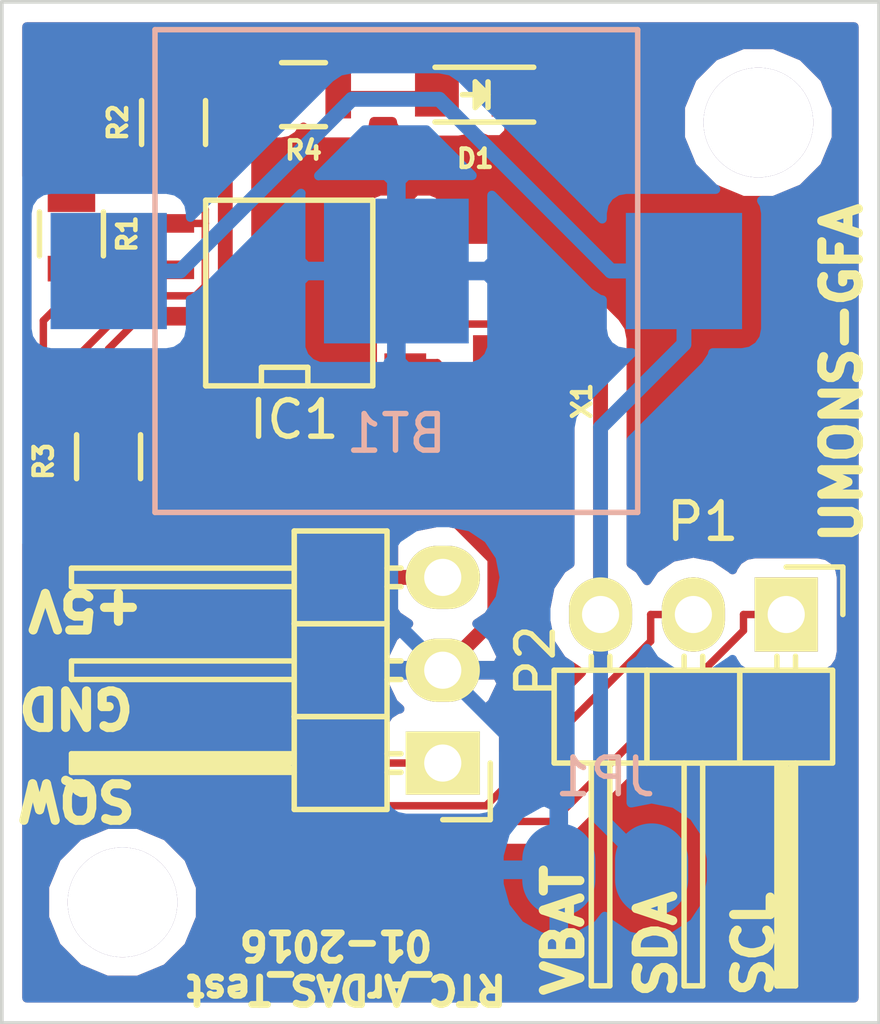
<source format=kicad_pcb>
(kicad_pcb (version 4) (host pcbnew 4.0.1-3.201512221402+6198~38~ubuntu14.04.1-stable)

  (general
    (links 22)
    (no_connects 0)
    (area 110.01431 91.37071 161.906046 122.56226)
    (thickness 1.6)
    (drawings 12)
    (tracks 91)
    (zones 0)
    (modules 13)
    (nets 10)
  )

  (page A4)
  (title_block
    (title RTC_ArDAS_test)
    (date 2016-01-04)
    (rev v1.0)
    (company UMONS-GFA)
    (comment 1 "O. KAUFMANN")
  )

  (layers
    (0 F.Cu signal)
    (31 B.Cu signal)
    (32 B.Adhes user)
    (33 F.Adhes user)
    (34 B.Paste user)
    (35 F.Paste user)
    (36 B.SilkS user)
    (37 F.SilkS user)
    (38 B.Mask user)
    (39 F.Mask user)
    (40 Dwgs.User user)
    (41 Cmts.User user)
    (42 Eco1.User user)
    (43 Eco2.User user)
    (44 Edge.Cuts user)
    (45 Margin user)
    (46 B.CrtYd user)
    (47 F.CrtYd user)
    (48 B.Fab user)
    (49 F.Fab user)
  )

  (setup
    (last_trace_width 0.2032)
    (user_trace_width 0.1524)
    (user_trace_width 0.254)
    (user_trace_width 0.3048)
    (user_trace_width 0.4064)
    (user_trace_width 0.508)
    (trace_clearance 0.2032)
    (zone_clearance 0.508)
    (zone_45_only yes)
    (trace_min 0.0508)
    (segment_width 0.2)
    (edge_width 0.1)
    (via_size 1)
    (via_drill 0.635)
    (via_min_size 0.889)
    (via_min_drill 0.508)
    (uvia_size 0.508)
    (uvia_drill 0.127)
    (uvias_allowed no)
    (uvia_min_size 0.508)
    (uvia_min_drill 0.127)
    (pcb_text_width 0.3)
    (pcb_text_size 1.5 1.5)
    (mod_edge_width 0.15)
    (mod_text_size 1 1)
    (mod_text_width 0.15)
    (pad_size 1.5 1.5)
    (pad_drill 0.6)
    (pad_to_mask_clearance 0)
    (aux_axis_origin 0 0)
    (grid_origin 47.0535 121.5263)
    (visible_elements FFFFFF7F)
    (pcbplotparams
      (layerselection 0x012eb_80000001)
      (usegerberextensions false)
      (excludeedgelayer true)
      (linewidth 0.100000)
      (plotframeref false)
      (viasonmask false)
      (mode 1)
      (useauxorigin false)
      (hpglpennumber 1)
      (hpglpenspeed 20)
      (hpglpendiameter 15)
      (hpglpenoverlay 2)
      (psnegative false)
      (psa4output false)
      (plotreference true)
      (plotvalue true)
      (plotinvisibletext false)
      (padsonsilk false)
      (subtractmaskfromsilk false)
      (outputformat 1)
      (mirror false)
      (drillshape 0)
      (scaleselection 1)
      (outputdirectory gerber_RTC_ArDAS_test/))
  )

  (net 0 "")
  (net 1 GND)
  (net 2 +5V)
  (net 3 "Net-(IC1-Pad2)")
  (net 4 "Net-(IC1-Pad1)")
  (net 5 "Net-(D1-Pad2)")
  (net 6 SQW)
  (net 7 SCL)
  (net 8 SDA)
  (net 9 VBAT)

  (net_class Default "This is the default net class."
    (clearance 0.2032)
    (trace_width 0.2032)
    (via_dia 1)
    (via_drill 0.635)
    (uvia_dia 0.508)
    (uvia_drill 0.127)
  )

  (net_class 16mil ""
    (clearance 0.2032)
    (trace_width 0.4064)
    (via_dia 1)
    (via_drill 0.635)
    (uvia_dia 0.508)
    (uvia_drill 0.127)
    (add_net +5V)
    (add_net GND)
    (add_net VBAT)
  )

  (net_class 20mil ""
    (clearance 0.2032)
    (trace_width 0.508)
    (via_dia 1)
    (via_drill 0.635)
    (uvia_dia 0.508)
    (uvia_drill 0.127)
  )

  (net_class 2mil ""
    (clearance 0.2032)
    (trace_width 0.0508)
    (via_dia 1)
    (via_drill 0.635)
    (uvia_dia 0.508)
    (uvia_drill 0.127)
  )

  (net_class 8mil ""
    (clearance 0.2032)
    (trace_width 0.2032)
    (via_dia 1)
    (via_drill 0.635)
    (uvia_dia 0.508)
    (uvia_drill 0.127)
    (add_net "Net-(D1-Pad2)")
    (add_net "Net-(IC1-Pad1)")
    (add_net "Net-(IC1-Pad2)")
    (add_net SCL)
    (add_net SDA)
    (add_net SQW)
  )

  (module Mounting_Holes:MountingHole_3mm (layer F.Cu) (tedit 568BC736) (tstamp 568ACC6C)
    (at 79.0067 45.4533 90)
    (descr "Mounting hole, Befestigungsbohrung, 3mm, No Annular, Kein Restring,")
    (tags "Mounting hole, Befestigungsbohrung, 3mm, No Annular, Kein Restring,")
    (fp_text reference MH2 (at 0 -4.0005 90) (layer F.SilkS) hide
      (effects (font (size 1 1) (thickness 0.15)))
    )
    (fp_text value MountingHole_3mm (at 1.00076 5.00126 90) (layer F.Fab) hide
      (effects (font (size 1 1) (thickness 0.15)))
    )
    (fp_circle (center 0 0) (end 3 0) (layer Cmts.User) (width 0.381))
    (pad 1 thru_hole circle (at 0 0 90) (size 3 3) (drill 3) (layers))
  )

  (module Mounting_Holes:MountingHole_3mm (layer F.Cu) (tedit 568BC739) (tstamp 568ACC72)
    (at 61.6077 66.7893 90)
    (descr "Mounting hole, Befestigungsbohrung, 3mm, No Annular, Kein Restring,")
    (tags "Mounting hole, Befestigungsbohrung, 3mm, No Annular, Kein Restring,")
    (fp_text reference MH3 (at 0 -4.0005 90) (layer F.SilkS) hide
      (effects (font (size 1 1) (thickness 0.15)))
    )
    (fp_text value MountingHole_3mm (at 1.00076 5.00126 90) (layer F.Fab) hide
      (effects (font (size 1 1) (thickness 0.15)))
    )
    (fp_circle (center 0 0) (end 3 0) (layer Cmts.User) (width 0.381))
    (pad 1 thru_hole circle (at 0 0 90) (size 3 3) (drill 3) (layers))
  )

  (module MyFootprints:BATTERY_KEYSTONE_12mm (layer B.Cu) (tedit 568BC905) (tstamp 568AA202)
    (at 69.1007 49.5173 180)
    (path /56585D30)
    (fp_text reference BT1 (at 0 -4.445 180) (layer B.SilkS)
      (effects (font (size 1 1) (thickness 0.15)) (justify mirror))
    )
    (fp_text value Battery (at -0.1005 -1.5585 180) (layer B.Fab)
      (effects (font (size 1 1) (thickness 0.15)) (justify mirror))
    )
    (fp_line (start -6.604 -6.604) (end -6.604 6.604) (layer B.SilkS) (width 0.15))
    (fp_line (start -6.604 6.604) (end 6.604 6.604) (layer B.SilkS) (width 0.15))
    (fp_line (start 6.604 6.604) (end 6.604 -6.604) (layer B.SilkS) (width 0.15))
    (fp_line (start 6.604 -6.604) (end -6.604 -6.604) (layer B.SilkS) (width 0.15))
    (pad 2 smd rect (at 0 0 180) (size 3.96 3.96) (layers B.Cu B.Paste B.Mask)
      (net 1 GND) (solder_mask_margin 0.1016) (clearance 0.254))
    (pad 1 smd rect (at -7.87 0 180) (size 3.18 3.18) (layers B.Cu B.Paste B.Mask)
      (net 9 VBAT) (solder_mask_margin 0.1016) (clearance 0.254))
    (pad 1 smd rect (at 7.87 0 180) (size 3.18 3.18) (layers B.Cu B.Paste B.Mask)
      (net 9 VBAT) (solder_mask_margin 0.1016) (clearance 0.254))
  )

  (module LEDs:LED-0805 (layer F.Cu) (tedit 569F3985) (tstamp 568AA215)
    (at 71.2597 44.6913 180)
    (descr "LED 0805 smd package")
    (tags "LED 0805 SMD")
    (path /568AAE6D)
    (attr smd)
    (fp_text reference D1 (at 0 -1.75 180) (layer F.SilkS)
      (effects (font (size 0.5 0.5) (thickness 0.125)))
    )
    (fp_text value Led_Small (at 0.254 -0.0635 180) (layer F.Fab)
      (effects (font (size 1 1) (thickness 0.15)))
    )
    (fp_line (start -1.6 0.75) (end 1.1 0.75) (layer F.SilkS) (width 0.15))
    (fp_line (start -1.6 -0.75) (end 1.1 -0.75) (layer F.SilkS) (width 0.15))
    (fp_line (start -0.1 0.15) (end -0.1 -0.1) (layer F.SilkS) (width 0.15))
    (fp_line (start -0.1 -0.1) (end -0.25 0.05) (layer F.SilkS) (width 0.15))
    (fp_line (start -0.35 -0.35) (end -0.35 0.35) (layer F.SilkS) (width 0.15))
    (fp_line (start 0 0) (end 0.35 0) (layer F.SilkS) (width 0.15))
    (fp_line (start -0.35 0) (end 0 -0.35) (layer F.SilkS) (width 0.15))
    (fp_line (start 0 -0.35) (end 0 0.35) (layer F.SilkS) (width 0.15))
    (fp_line (start 0 0.35) (end -0.35 0) (layer F.SilkS) (width 0.15))
    (fp_line (start 1.9 -0.95) (end 1.9 0.95) (layer F.CrtYd) (width 0.05))
    (fp_line (start 1.9 0.95) (end -1.9 0.95) (layer F.CrtYd) (width 0.05))
    (fp_line (start -1.9 0.95) (end -1.9 -0.95) (layer F.CrtYd) (width 0.05))
    (fp_line (start -1.9 -0.95) (end 1.9 -0.95) (layer F.CrtYd) (width 0.05))
    (pad 2 smd rect (at 1.04902 0) (size 1.19888 1.19888) (layers F.Cu F.Paste F.Mask)
      (net 5 "Net-(D1-Pad2)"))
    (pad 1 smd rect (at -1.04902 0) (size 1.19888 1.19888) (layers F.Cu F.Paste F.Mask)
      (net 1 GND))
    (model LEDs.3dshapes/LED-0805.wrl
      (at (xyz 0 0 0))
      (scale (xyz 1 1 1))
      (rotate (xyz 0 0 0))
    )
  )

  (module SMD_Packages:SOIC-8-N (layer F.Cu) (tedit 568AF41A) (tstamp 568AA228)
    (at 66.1707 50.1193 90)
    (descr "Module Narrow CMS SOJ 8 pins large")
    (tags "CMS SOJ")
    (path /55783053)
    (attr smd)
    (fp_text reference IC1 (at -3.462 0.136 180) (layer F.SilkS)
      (effects (font (size 1 1) (thickness 0.15)))
    )
    (fp_text value DS1307 (at 0 1.27 90) (layer F.Fab)
      (effects (font (size 1 1) (thickness 0.15)))
    )
    (fp_line (start -2.54 -2.286) (end 2.54 -2.286) (layer F.SilkS) (width 0.15))
    (fp_line (start 2.54 -2.286) (end 2.54 2.286) (layer F.SilkS) (width 0.15))
    (fp_line (start 2.54 2.286) (end -2.54 2.286) (layer F.SilkS) (width 0.15))
    (fp_line (start -2.54 2.286) (end -2.54 -2.286) (layer F.SilkS) (width 0.15))
    (fp_line (start -2.54 -0.762) (end -2.032 -0.762) (layer F.SilkS) (width 0.15))
    (fp_line (start -2.032 -0.762) (end -2.032 0.508) (layer F.SilkS) (width 0.15))
    (fp_line (start -2.032 0.508) (end -2.54 0.508) (layer F.SilkS) (width 0.15))
    (pad 8 smd rect (at -1.905 -3.175 90) (size 0.508 1.143) (layers F.Cu F.Paste F.Mask)
      (net 2 +5V))
    (pad 7 smd rect (at -0.635 -3.175 90) (size 0.508 1.143) (layers F.Cu F.Paste F.Mask)
      (net 6 SQW))
    (pad 6 smd rect (at 0.635 -3.175 90) (size 0.508 1.143) (layers F.Cu F.Paste F.Mask)
      (net 7 SCL))
    (pad 5 smd rect (at 1.905 -3.175 90) (size 0.508 1.143) (layers F.Cu F.Paste F.Mask)
      (net 8 SDA))
    (pad 4 smd rect (at 1.905 3.175 90) (size 0.508 1.143) (layers F.Cu F.Paste F.Mask)
      (net 1 GND))
    (pad 3 smd rect (at 0.635 3.175 90) (size 0.508 1.143) (layers F.Cu F.Paste F.Mask)
      (net 9 VBAT))
    (pad 2 smd rect (at -0.635 3.175 90) (size 0.508 1.143) (layers F.Cu F.Paste F.Mask)
      (net 3 "Net-(IC1-Pad2)"))
    (pad 1 smd rect (at -1.905 3.175 90) (size 0.508 1.143) (layers F.Cu F.Paste F.Mask)
      (net 4 "Net-(IC1-Pad1)"))
    (model SMD_Packages.3dshapes/SOIC-8-N.wrl
      (at (xyz 0 0 0))
      (scale (xyz 0.5 0.38 0.5))
      (rotate (xyz 0 0 0))
    )
  )

  (module MyFootprints:small_no_jumper (layer B.Cu) (tedit 568BC8F2) (tstamp 568AA22E)
    (at 74.8157 65.9003)
    (path /568AA974)
    (fp_text reference JP1 (at 0 -2.54) (layer B.SilkS)
      (effects (font (size 1 1) (thickness 0.15)) (justify mirror))
    )
    (fp_text value Jumper_NO_Small (at 0.0635 0) (layer B.Fab)
      (effects (font (size 0.5 0.5) (thickness 0.125)) (justify mirror))
    )
    (pad 2 smd oval (at 1.27 0) (size 2 2.54) (layers B.Cu B.Paste B.Mask)
      (net 9 VBAT) (solder_mask_margin 0.5))
    (pad 1 smd oval (at -1.27 0) (size 2 2.54) (layers B.Cu B.Paste B.Mask)
      (net 1 GND) (solder_mask_margin 0.5))
  )

  (module Pin_Headers:Pin_Header_Angled_1x03 locked (layer F.Cu) (tedit 569F3775) (tstamp 568AA25B)
    (at 79.7687 58.9153 270)
    (descr "Through hole pin header")
    (tags "pin header")
    (path /5654D8C4)
    (fp_text reference P1 (at -2.54 2.286 360) (layer F.SilkS)
      (effects (font (size 1 1) (thickness 0.15)))
    )
    (fp_text value I2C/SQW (at 2.667 2.54 360) (layer F.Fab)
      (effects (font (size 1 1) (thickness 0.15)))
    )
    (fp_line (start -1.5 -1.75) (end -1.5 6.85) (layer F.CrtYd) (width 0.05))
    (fp_line (start 10.65 -1.75) (end 10.65 6.85) (layer F.CrtYd) (width 0.05))
    (fp_line (start -1.5 -1.75) (end 10.65 -1.75) (layer F.CrtYd) (width 0.05))
    (fp_line (start -1.5 6.85) (end 10.65 6.85) (layer F.CrtYd) (width 0.05))
    (fp_line (start -1.3 -1.55) (end -1.3 0) (layer F.SilkS) (width 0.15))
    (fp_line (start 0 -1.55) (end -1.3 -1.55) (layer F.SilkS) (width 0.15))
    (fp_line (start 4.191 -0.127) (end 10.033 -0.127) (layer F.SilkS) (width 0.15))
    (fp_line (start 10.033 -0.127) (end 10.033 0.127) (layer F.SilkS) (width 0.15))
    (fp_line (start 10.033 0.127) (end 4.191 0.127) (layer F.SilkS) (width 0.15))
    (fp_line (start 4.191 0.127) (end 4.191 0) (layer F.SilkS) (width 0.15))
    (fp_line (start 4.191 0) (end 10.033 0) (layer F.SilkS) (width 0.15))
    (fp_line (start 1.524 -0.254) (end 1.143 -0.254) (layer F.SilkS) (width 0.15))
    (fp_line (start 1.524 0.254) (end 1.143 0.254) (layer F.SilkS) (width 0.15))
    (fp_line (start 1.524 2.286) (end 1.143 2.286) (layer F.SilkS) (width 0.15))
    (fp_line (start 1.524 2.794) (end 1.143 2.794) (layer F.SilkS) (width 0.15))
    (fp_line (start 1.524 4.826) (end 1.143 4.826) (layer F.SilkS) (width 0.15))
    (fp_line (start 1.524 5.334) (end 1.143 5.334) (layer F.SilkS) (width 0.15))
    (fp_line (start 4.064 1.27) (end 4.064 -1.27) (layer F.SilkS) (width 0.15))
    (fp_line (start 10.16 0.254) (end 4.064 0.254) (layer F.SilkS) (width 0.15))
    (fp_line (start 10.16 -0.254) (end 10.16 0.254) (layer F.SilkS) (width 0.15))
    (fp_line (start 4.064 -0.254) (end 10.16 -0.254) (layer F.SilkS) (width 0.15))
    (fp_line (start 1.524 1.27) (end 4.064 1.27) (layer F.SilkS) (width 0.15))
    (fp_line (start 1.524 -1.27) (end 1.524 1.27) (layer F.SilkS) (width 0.15))
    (fp_line (start 1.524 -1.27) (end 4.064 -1.27) (layer F.SilkS) (width 0.15))
    (fp_line (start 1.524 3.81) (end 4.064 3.81) (layer F.SilkS) (width 0.15))
    (fp_line (start 1.524 3.81) (end 1.524 6.35) (layer F.SilkS) (width 0.15))
    (fp_line (start 4.064 4.826) (end 10.16 4.826) (layer F.SilkS) (width 0.15))
    (fp_line (start 10.16 4.826) (end 10.16 5.334) (layer F.SilkS) (width 0.15))
    (fp_line (start 10.16 5.334) (end 4.064 5.334) (layer F.SilkS) (width 0.15))
    (fp_line (start 4.064 6.35) (end 4.064 3.81) (layer F.SilkS) (width 0.15))
    (fp_line (start 4.064 3.81) (end 4.064 1.27) (layer F.SilkS) (width 0.15))
    (fp_line (start 10.16 2.794) (end 4.064 2.794) (layer F.SilkS) (width 0.15))
    (fp_line (start 10.16 2.286) (end 10.16 2.794) (layer F.SilkS) (width 0.15))
    (fp_line (start 4.064 2.286) (end 10.16 2.286) (layer F.SilkS) (width 0.15))
    (fp_line (start 1.524 3.81) (end 4.064 3.81) (layer F.SilkS) (width 0.15))
    (fp_line (start 1.524 1.27) (end 1.524 3.81) (layer F.SilkS) (width 0.15))
    (fp_line (start 1.524 1.27) (end 4.064 1.27) (layer F.SilkS) (width 0.15))
    (fp_line (start 1.524 6.35) (end 4.064 6.35) (layer F.SilkS) (width 0.15))
    (pad 1 thru_hole rect (at 0 0 270) (size 2.032 1.7272) (drill 1.016) (layers *.Cu *.Mask F.SilkS)
      (net 7 SCL))
    (pad 2 thru_hole oval (at 0 2.54 270) (size 2.032 1.7272) (drill 1.016) (layers *.Cu *.Mask F.SilkS)
      (net 8 SDA))
    (pad 3 thru_hole oval (at 0 5.08 270) (size 2.032 1.7272) (drill 1.016) (layers *.Cu *.Mask F.SilkS)
      (net 9 VBAT))
    (model Pin_Headers.3dshapes/Pin_Header_Angled_1x03.wrl
      (at (xyz 0 -0.1 0))
      (scale (xyz 1 1 1))
      (rotate (xyz 0 0 90))
    )
  )

  (module MyFootprints:XTAL_ABRACON_ABS07 (layer F.Cu) (tedit 569F3996) (tstamp 568AA2A0)
    (at 72.1487 53.0733 90)
    (path /557830A6)
    (fp_text reference X1 (at 0 2.032 90) (layer F.SilkS)
      (effects (font (size 0.5 0.5) (thickness 0.125)))
    )
    (fp_text value CRYSTAL (at 0.4445 0.0635 90) (layer F.Fab)
      (effects (font (size 1 1) (thickness 0.15)))
    )
    (pad 2 smd rect (at 1.25 0) (size 1.9 1.1) (layers F.Cu F.Paste F.Mask)
      (net 3 "Net-(IC1-Pad2)") (solder_mask_margin 0.1016) (clearance 0.254))
    (pad 1 smd rect (at -1.25 0) (size 1.9 1.1) (layers F.Cu F.Paste F.Mask)
      (net 4 "Net-(IC1-Pad1)") (solder_mask_margin 0.1016) (clearance 0.254))
  )

  (module Pin_Headers:Pin_Header_Angled_1x03 locked (layer F.Cu) (tedit 569F377D) (tstamp 568AC44F)
    (at 70.3707 62.9793 180)
    (descr "Through hole pin header")
    (tags "pin header")
    (path /56544F03)
    (fp_text reference P2 (at -2.54 2.794 270) (layer F.SilkS)
      (effects (font (size 1 1) (thickness 0.15)))
    )
    (fp_text value PWR (at 2.667 2.54 270) (layer F.Fab)
      (effects (font (size 1 1) (thickness 0.15)))
    )
    (fp_line (start -1.5 -1.75) (end -1.5 6.85) (layer F.CrtYd) (width 0.05))
    (fp_line (start 10.65 -1.75) (end 10.65 6.85) (layer F.CrtYd) (width 0.05))
    (fp_line (start -1.5 -1.75) (end 10.65 -1.75) (layer F.CrtYd) (width 0.05))
    (fp_line (start -1.5 6.85) (end 10.65 6.85) (layer F.CrtYd) (width 0.05))
    (fp_line (start -1.3 -1.55) (end -1.3 0) (layer F.SilkS) (width 0.15))
    (fp_line (start 0 -1.55) (end -1.3 -1.55) (layer F.SilkS) (width 0.15))
    (fp_line (start 4.191 -0.127) (end 10.033 -0.127) (layer F.SilkS) (width 0.15))
    (fp_line (start 10.033 -0.127) (end 10.033 0.127) (layer F.SilkS) (width 0.15))
    (fp_line (start 10.033 0.127) (end 4.191 0.127) (layer F.SilkS) (width 0.15))
    (fp_line (start 4.191 0.127) (end 4.191 0) (layer F.SilkS) (width 0.15))
    (fp_line (start 4.191 0) (end 10.033 0) (layer F.SilkS) (width 0.15))
    (fp_line (start 1.524 -0.254) (end 1.143 -0.254) (layer F.SilkS) (width 0.15))
    (fp_line (start 1.524 0.254) (end 1.143 0.254) (layer F.SilkS) (width 0.15))
    (fp_line (start 1.524 2.286) (end 1.143 2.286) (layer F.SilkS) (width 0.15))
    (fp_line (start 1.524 2.794) (end 1.143 2.794) (layer F.SilkS) (width 0.15))
    (fp_line (start 1.524 4.826) (end 1.143 4.826) (layer F.SilkS) (width 0.15))
    (fp_line (start 1.524 5.334) (end 1.143 5.334) (layer F.SilkS) (width 0.15))
    (fp_line (start 4.064 1.27) (end 4.064 -1.27) (layer F.SilkS) (width 0.15))
    (fp_line (start 10.16 0.254) (end 4.064 0.254) (layer F.SilkS) (width 0.15))
    (fp_line (start 10.16 -0.254) (end 10.16 0.254) (layer F.SilkS) (width 0.15))
    (fp_line (start 4.064 -0.254) (end 10.16 -0.254) (layer F.SilkS) (width 0.15))
    (fp_line (start 1.524 1.27) (end 4.064 1.27) (layer F.SilkS) (width 0.15))
    (fp_line (start 1.524 -1.27) (end 1.524 1.27) (layer F.SilkS) (width 0.15))
    (fp_line (start 1.524 -1.27) (end 4.064 -1.27) (layer F.SilkS) (width 0.15))
    (fp_line (start 1.524 3.81) (end 4.064 3.81) (layer F.SilkS) (width 0.15))
    (fp_line (start 1.524 3.81) (end 1.524 6.35) (layer F.SilkS) (width 0.15))
    (fp_line (start 4.064 4.826) (end 10.16 4.826) (layer F.SilkS) (width 0.15))
    (fp_line (start 10.16 4.826) (end 10.16 5.334) (layer F.SilkS) (width 0.15))
    (fp_line (start 10.16 5.334) (end 4.064 5.334) (layer F.SilkS) (width 0.15))
    (fp_line (start 4.064 6.35) (end 4.064 3.81) (layer F.SilkS) (width 0.15))
    (fp_line (start 4.064 3.81) (end 4.064 1.27) (layer F.SilkS) (width 0.15))
    (fp_line (start 10.16 2.794) (end 4.064 2.794) (layer F.SilkS) (width 0.15))
    (fp_line (start 10.16 2.286) (end 10.16 2.794) (layer F.SilkS) (width 0.15))
    (fp_line (start 4.064 2.286) (end 10.16 2.286) (layer F.SilkS) (width 0.15))
    (fp_line (start 1.524 3.81) (end 4.064 3.81) (layer F.SilkS) (width 0.15))
    (fp_line (start 1.524 1.27) (end 1.524 3.81) (layer F.SilkS) (width 0.15))
    (fp_line (start 1.524 1.27) (end 4.064 1.27) (layer F.SilkS) (width 0.15))
    (fp_line (start 1.524 6.35) (end 4.064 6.35) (layer F.SilkS) (width 0.15))
    (pad 1 thru_hole rect (at 0 0 180) (size 2.032 1.7272) (drill 1.016) (layers *.Cu *.Mask F.SilkS)
      (net 6 SQW))
    (pad 2 thru_hole oval (at 0 2.54 180) (size 2.032 1.7272) (drill 1.016) (layers *.Cu *.Mask F.SilkS)
      (net 1 GND))
    (pad 3 thru_hole oval (at 0 5.08 180) (size 2.032 1.7272) (drill 1.016) (layers *.Cu *.Mask F.SilkS)
      (net 2 +5V))
    (model Pin_Headers.3dshapes/Pin_Header_Angled_1x03.wrl
      (at (xyz 0 -0.1 0))
      (scale (xyz 1 1 1))
      (rotate (xyz 0 0 90))
    )
  )

  (module Resistors_SMD:R_0805 (layer F.Cu) (tedit 569F395A) (tstamp 568AF208)
    (at 60.2107 48.5013 270)
    (descr "Resistor SMD 0805, reflow soldering, Vishay (see dcrcw.pdf)")
    (tags "resistor 0805")
    (path /568AEE35)
    (attr smd)
    (fp_text reference R1 (at 0 -1.524 270) (layer F.SilkS)
      (effects (font (size 0.5 0.5) (thickness 0.125)))
    )
    (fp_text value 4.7K (at 0 -0.1905 270) (layer F.Fab)
      (effects (font (size 1 1) (thickness 0.15)))
    )
    (fp_line (start -1.6 -1) (end 1.6 -1) (layer F.CrtYd) (width 0.05))
    (fp_line (start -1.6 1) (end 1.6 1) (layer F.CrtYd) (width 0.05))
    (fp_line (start -1.6 -1) (end -1.6 1) (layer F.CrtYd) (width 0.05))
    (fp_line (start 1.6 -1) (end 1.6 1) (layer F.CrtYd) (width 0.05))
    (fp_line (start 0.6 0.875) (end -0.6 0.875) (layer F.SilkS) (width 0.15))
    (fp_line (start -0.6 -0.875) (end 0.6 -0.875) (layer F.SilkS) (width 0.15))
    (pad 1 smd rect (at -0.95 0 270) (size 0.7 1.3) (layers F.Cu F.Paste F.Mask)
      (net 2 +5V))
    (pad 2 smd rect (at 0.95 0 270) (size 0.7 1.3) (layers F.Cu F.Paste F.Mask)
      (net 7 SCL))
    (model Resistors_SMD.3dshapes/R_0805.wrl
      (at (xyz 0 0 0))
      (scale (xyz 1 1 1))
      (rotate (xyz 0 0 0))
    )
  )

  (module Resistors_SMD:R_0805 (layer F.Cu) (tedit 569F396C) (tstamp 568AF214)
    (at 63.0047 45.4533 270)
    (descr "Resistor SMD 0805, reflow soldering, Vishay (see dcrcw.pdf)")
    (tags "resistor 0805")
    (path /568AEE68)
    (attr smd)
    (fp_text reference R2 (at 0 1.524 270) (layer F.SilkS)
      (effects (font (size 0.5 0.5) (thickness 0.125)))
    )
    (fp_text value 4.7K (at 0 -0.0635 270) (layer F.Fab)
      (effects (font (size 1 1) (thickness 0.15)))
    )
    (fp_line (start -1.6 -1) (end 1.6 -1) (layer F.CrtYd) (width 0.05))
    (fp_line (start -1.6 1) (end 1.6 1) (layer F.CrtYd) (width 0.05))
    (fp_line (start -1.6 -1) (end -1.6 1) (layer F.CrtYd) (width 0.05))
    (fp_line (start 1.6 -1) (end 1.6 1) (layer F.CrtYd) (width 0.05))
    (fp_line (start 0.6 0.875) (end -0.6 0.875) (layer F.SilkS) (width 0.15))
    (fp_line (start -0.6 -0.875) (end 0.6 -0.875) (layer F.SilkS) (width 0.15))
    (pad 1 smd rect (at -0.95 0 270) (size 0.7 1.3) (layers F.Cu F.Paste F.Mask)
      (net 2 +5V))
    (pad 2 smd rect (at 0.95 0 270) (size 0.7 1.3) (layers F.Cu F.Paste F.Mask)
      (net 8 SDA))
    (model Resistors_SMD.3dshapes/R_0805.wrl
      (at (xyz 0 0 0))
      (scale (xyz 1 1 1))
      (rotate (xyz 0 0 0))
    )
  )

  (module Resistors_SMD:R_0805 (layer F.Cu) (tedit 569F3943) (tstamp 568AF220)
    (at 61.2267 54.5973 90)
    (descr "Resistor SMD 0805, reflow soldering, Vishay (see dcrcw.pdf)")
    (tags "resistor 0805")
    (path /568AEDB8)
    (attr smd)
    (fp_text reference R3 (at -0.127 -1.778 90) (layer F.SilkS)
      (effects (font (size 0.5 0.5) (thickness 0.125)))
    )
    (fp_text value 10K (at 0.127 -0.127 90) (layer F.Fab)
      (effects (font (size 1 1) (thickness 0.15)))
    )
    (fp_line (start -1.6 -1) (end 1.6 -1) (layer F.CrtYd) (width 0.05))
    (fp_line (start -1.6 1) (end 1.6 1) (layer F.CrtYd) (width 0.05))
    (fp_line (start -1.6 -1) (end -1.6 1) (layer F.CrtYd) (width 0.05))
    (fp_line (start 1.6 -1) (end 1.6 1) (layer F.CrtYd) (width 0.05))
    (fp_line (start 0.6 0.875) (end -0.6 0.875) (layer F.SilkS) (width 0.15))
    (fp_line (start -0.6 -0.875) (end 0.6 -0.875) (layer F.SilkS) (width 0.15))
    (pad 1 smd rect (at -0.95 0 90) (size 0.7 1.3) (layers F.Cu F.Paste F.Mask)
      (net 2 +5V))
    (pad 2 smd rect (at 0.95 0 90) (size 0.7 1.3) (layers F.Cu F.Paste F.Mask)
      (net 6 SQW))
    (model Resistors_SMD.3dshapes/R_0805.wrl
      (at (xyz 0 0 0))
      (scale (xyz 1 1 1))
      (rotate (xyz 0 0 0))
    )
  )

  (module Resistors_SMD:R_0805 (layer F.Cu) (tedit 569F3977) (tstamp 568AF22C)
    (at 66.5607 44.6913)
    (descr "Resistor SMD 0805, reflow soldering, Vishay (see dcrcw.pdf)")
    (tags "resistor 0805")
    (path /568AEE96)
    (attr smd)
    (fp_text reference R4 (at 0 1.524) (layer F.SilkS)
      (effects (font (size 0.5 0.5) (thickness 0.125)))
    )
    (fp_text value 150 (at 0 0.1905) (layer F.Fab)
      (effects (font (size 1 1) (thickness 0.15)))
    )
    (fp_line (start -1.6 -1) (end 1.6 -1) (layer F.CrtYd) (width 0.05))
    (fp_line (start -1.6 1) (end 1.6 1) (layer F.CrtYd) (width 0.05))
    (fp_line (start -1.6 -1) (end -1.6 1) (layer F.CrtYd) (width 0.05))
    (fp_line (start 1.6 -1) (end 1.6 1) (layer F.CrtYd) (width 0.05))
    (fp_line (start 0.6 0.875) (end -0.6 0.875) (layer F.SilkS) (width 0.15))
    (fp_line (start -0.6 -0.875) (end 0.6 -0.875) (layer F.SilkS) (width 0.15))
    (pad 1 smd rect (at -0.95 0) (size 0.7 1.3) (layers F.Cu F.Paste F.Mask)
      (net 2 +5V))
    (pad 2 smd rect (at 0.95 0) (size 0.7 1.3) (layers F.Cu F.Paste F.Mask)
      (net 5 "Net-(D1-Pad2)"))
    (model Resistors_SMD.3dshapes/R_0805.wrl
      (at (xyz 0 0 0))
      (scale (xyz 1 1 1))
      (rotate (xyz 0 0 0))
    )
  )

  (gr_line (start 82.3087 42.1513) (end 82.3087 70.0913) (angle 90) (layer Edge.Cuts) (width 0.1))
  (gr_line (start 58.3057 42.1513) (end 58.3057 70.0913) (angle 90) (layer Edge.Cuts) (width 0.1))
  (gr_line (start 82.3087 42.1513) (end 58.3057 42.1513) (angle 90) (layer Edge.Cuts) (width 0.1))
  (gr_line (start 82.3087 70.0913) (end 58.3057 70.0913) (angle 90) (layer Edge.Cuts) (width 0.1))
  (gr_text "RTC_ArDAS_Test \n01-2016" (at 67.4497 68.5673 180) (layer F.SilkS)
    (effects (font (size 0.75 0.75) (thickness 0.1875)))
  )
  (gr_text UMONS-GFA (at 81.2927 52.3113 90) (layer F.SilkS)
    (effects (font (size 1 1) (thickness 0.25)))
  )
  (gr_text +5V (at 60.5917 58.7883 180) (layer F.SilkS)
    (effects (font (size 1 1) (thickness 0.25)))
  )
  (gr_text GND (at 60.3377 61.4553 180) (layer F.SilkS)
    (effects (font (size 1 1) (thickness 0.25)))
  )
  (gr_text VBAT (at 73.6727 67.5513 90) (layer F.SilkS)
    (effects (font (size 1 1) (thickness 0.25)))
  )
  (gr_text SDA (at 76.2127 67.9323 90) (layer F.SilkS)
    (effects (font (size 1 1) (thickness 0.25)))
  )
  (gr_text SCL (at 78.8797 67.9323 90) (layer F.SilkS)
    (effects (font (size 1 1) (thickness 0.25)))
  )
  (gr_text SQW (at 60.3377 63.9953 180) (layer F.SilkS)
    (effects (font (size 1 1) (thickness 0.25)))
  )

  (segment (start 73.5457 63.6143) (end 73.5457 65.9003) (width 0.4064) (layer B.Cu) (net 1))
  (segment (start 70.3707 60.4393) (end 73.5457 63.6143) (width 0.4064) (layer B.Cu) (net 1))
  (segment (start 70.3239 47.6822) (end 72.3087 45.6974) (width 0.4064) (layer F.Cu) (net 1))
  (segment (start 70.3239 48.2143) (end 70.3239 47.6822) (width 0.4064) (layer F.Cu) (net 1))
  (segment (start 72.3087 44.6913) (end 72.3087 45.6974) (width 0.4064) (layer F.Cu) (net 1))
  (segment (start 69.6823 48.2143) (end 70.3239 48.2143) (width 0.4064) (layer F.Cu) (net 1))
  (segment (start 69.6823 48.2143) (end 69.3457 48.2143) (width 0.4064) (layer F.Cu) (net 1))
  (segment (start 68.9469 59.0155) (end 70.3707 60.4393) (width 0.4064) (layer B.Cu) (net 1))
  (segment (start 68.9469 52.0578) (end 68.9469 59.0155) (width 0.4064) (layer B.Cu) (net 1))
  (segment (start 69.1007 51.904) (end 68.9469 52.0578) (width 0.4064) (layer B.Cu) (net 1))
  (segment (start 69.1007 49.5173) (end 69.1007 51.904) (width 0.4064) (layer B.Cu) (net 1))
  (segment (start 68.3675 53.944) (end 68.3675 48.2143) (width 0.4064) (layer F.Cu) (net 1))
  (segment (start 71.7961 57.3726) (end 68.3675 53.944) (width 0.4064) (layer F.Cu) (net 1))
  (segment (start 71.7961 59.0139) (end 71.7961 57.3726) (width 0.4064) (layer F.Cu) (net 1))
  (segment (start 70.3707 60.4393) (end 71.7961 59.0139) (width 0.4064) (layer F.Cu) (net 1))
  (segment (start 69.3457 48.2143) (end 68.3675 48.2143) (width 0.4064) (layer F.Cu) (net 1))
  (segment (start 61.7453 45.26) (end 60.2107 46.7946) (width 0.4064) (layer F.Cu) (net 2))
  (segment (start 63.0047 45.26) (end 61.7453 45.26) (width 0.4064) (layer F.Cu) (net 2))
  (segment (start 63.0047 44.5033) (end 63.0047 45.26) (width 0.4064) (layer F.Cu) (net 2))
  (segment (start 60.2107 47.5513) (end 60.2107 46.7946) (width 0.4064) (layer F.Cu) (net 2))
  (segment (start 70.3707 57.8993) (end 68.948 57.8993) (width 0.4064) (layer F.Cu) (net 2))
  (segment (start 68.948 56.9984) (end 63.9739 52.0243) (width 0.4064) (layer F.Cu) (net 2))
  (segment (start 68.948 57.8993) (end 68.948 56.9984) (width 0.4064) (layer F.Cu) (net 2))
  (segment (start 62.9957 52.0243) (end 63.4848 52.0243) (width 0.4064) (layer F.Cu) (net 2))
  (segment (start 63.4848 52.0243) (end 63.9739 52.0243) (width 0.4064) (layer F.Cu) (net 2))
  (segment (start 61.6996 54.7906) (end 61.2267 54.7906) (width 0.4064) (layer F.Cu) (net 2))
  (segment (start 63.4848 53.0054) (end 61.6996 54.7906) (width 0.4064) (layer F.Cu) (net 2))
  (segment (start 63.4848 52.0243) (end 63.4848 53.0054) (width 0.4064) (layer F.Cu) (net 2))
  (segment (start 61.2267 55.5473) (end 61.2267 54.7906) (width 0.4064) (layer F.Cu) (net 2))
  (segment (start 64.4196 45.26) (end 63.0047 45.26) (width 0.4064) (layer F.Cu) (net 2))
  (segment (start 64.854 44.8256) (end 64.4196 45.26) (width 0.4064) (layer F.Cu) (net 2))
  (segment (start 64.854 44.6913) (end 64.854 44.8256) (width 0.4064) (layer F.Cu) (net 2))
  (segment (start 64.4196 51.5786) (end 63.9739 52.0243) (width 0.4064) (layer F.Cu) (net 2))
  (segment (start 64.4196 45.26) (end 64.4196 51.5786) (width 0.4064) (layer F.Cu) (net 2))
  (segment (start 65.6107 44.6913) (end 64.854 44.6913) (width 0.4064) (layer F.Cu) (net 2))
  (segment (start 70.4362 50.9682) (end 70.2223 50.7543) (width 0.2032) (layer F.Cu) (net 3))
  (segment (start 72.1487 50.9682) (end 70.4362 50.9682) (width 0.2032) (layer F.Cu) (net 3))
  (segment (start 72.1487 51.8233) (end 72.1487 50.9682) (width 0.2032) (layer F.Cu) (net 3))
  (segment (start 69.3457 50.7543) (end 70.2223 50.7543) (width 0.2032) (layer F.Cu) (net 3))
  (segment (start 70.8936 52.6956) (end 70.2223 52.0243) (width 0.2032) (layer F.Cu) (net 4))
  (segment (start 70.8936 54.3233) (end 70.8936 52.6956) (width 0.2032) (layer F.Cu) (net 4))
  (segment (start 72.1487 54.3233) (end 70.8936 54.3233) (width 0.2032) (layer F.Cu) (net 4))
  (segment (start 69.3457 52.0243) (end 70.2223 52.0243) (width 0.2032) (layer F.Cu) (net 4))
  (segment (start 67.5107 44.6913) (end 70.2107 44.6913) (width 0.2032) (layer F.Cu) (net 5))
  (segment (start 61.2267 51.6467) (end 62.1191 50.7543) (width 0.2032) (layer F.Cu) (net 6))
  (segment (start 61.2267 53.6473) (end 61.2267 51.6467) (width 0.2032) (layer F.Cu) (net 6))
  (segment (start 62.9957 50.7543) (end 62.1191 50.7543) (width 0.2032) (layer F.Cu) (net 6))
  (segment (start 60.2715 54.6025) (end 61.2267 53.6473) (width 0.2032) (layer F.Cu) (net 6))
  (segment (start 60.2715 56.0359) (end 60.2715 54.6025) (width 0.2032) (layer F.Cu) (net 6))
  (segment (start 67.2149 62.9793) (end 60.2715 56.0359) (width 0.2032) (layer F.Cu) (net 6))
  (segment (start 70.3707 62.9793) (end 67.2149 62.9793) (width 0.2032) (layer F.Cu) (net 6))
  (segment (start 62.9957 49.4843) (end 62.1191 49.4843) (width 0.2032) (layer F.Cu) (net 7))
  (segment (start 79.7687 58.9153) (end 78.6 58.9153) (width 0.2032) (layer F.Cu) (net 7))
  (segment (start 62.0861 49.4513) (end 60.2107 49.4513) (width 0.2032) (layer F.Cu) (net 7))
  (segment (start 62.1191 49.4843) (end 62.0861 49.4513) (width 0.2032) (layer F.Cu) (net 7))
  (segment (start 60.2107 49.4513) (end 60.2107 50.1064) (width 0.2032) (layer F.Cu) (net 7))
  (segment (start 78.6 59.3536) (end 78.6 58.9153) (width 0.2032) (layer F.Cu) (net 7))
  (segment (start 73.3762 64.5774) (end 78.6 59.3536) (width 0.2032) (layer F.Cu) (net 7))
  (segment (start 67.6224 64.5774) (end 73.3762 64.5774) (width 0.2032) (layer F.Cu) (net 7))
  (segment (start 59.4418 56.3968) (end 67.6224 64.5774) (width 0.2032) (layer F.Cu) (net 7))
  (segment (start 59.4418 50.8753) (end 59.4418 56.3968) (width 0.2032) (layer F.Cu) (net 7))
  (segment (start 60.2107 50.1064) (end 59.4418 50.8753) (width 0.2032) (layer F.Cu) (net 7))
  (segment (start 63.0047 46.4033) (end 63.0047 47.0584) (width 0.2032) (layer F.Cu) (net 8))
  (segment (start 77.2287 58.9153) (end 76.06 58.9153) (width 0.2032) (layer F.Cu) (net 8))
  (segment (start 62.9957 48.2143) (end 63.8723 48.2143) (width 0.2032) (layer F.Cu) (net 8))
  (segment (start 63.8723 47.8327) (end 63.8723 48.2143) (width 0.2032) (layer F.Cu) (net 8))
  (segment (start 63.098 47.0584) (end 63.8723 47.8327) (width 0.2032) (layer F.Cu) (net 8))
  (segment (start 63.0047 47.0584) (end 63.098 47.0584) (width 0.2032) (layer F.Cu) (net 8))
  (segment (start 63.8723 49.9286) (end 63.8723 48.2143) (width 0.2032) (layer F.Cu) (net 8))
  (segment (start 63.6058 50.1951) (end 63.8723 49.9286) (width 0.2032) (layer F.Cu) (net 8))
  (segment (start 62.0352 50.1951) (end 63.6058 50.1951) (width 0.2032) (layer F.Cu) (net 8))
  (segment (start 59.8485 52.3818) (end 62.0352 50.1951) (width 0.2032) (layer F.Cu) (net 8))
  (segment (start 59.8485 56.2283) (end 59.8485 52.3818) (width 0.2032) (layer F.Cu) (net 8))
  (segment (start 67.7682 64.148) (end 59.8485 56.2283) (width 0.2032) (layer F.Cu) (net 8))
  (segment (start 71.5577 64.148) (end 67.7682 64.148) (width 0.2032) (layer F.Cu) (net 8))
  (segment (start 76.06 59.6457) (end 71.5577 64.148) (width 0.2032) (layer F.Cu) (net 8))
  (segment (start 76.06 58.9153) (end 76.06 59.6457) (width 0.2032) (layer F.Cu) (net 8))
  (segment (start 69.3457 49.4843) (end 72.8015 49.4843) (width 0.4064) (layer F.Cu) (net 9))
  (segment (start 74.6887 51.3715) (end 74.6887 58.9153) (width 0.4064) (layer F.Cu) (net 9) (tstamp 569FEFC1))
  (segment (start 72.8015 49.4843) (end 74.6887 51.3715) (width 0.4064) (layer F.Cu) (net 9) (tstamp 569FEFBE))
  (segment (start 61.2307 49.5173) (end 63.1825 49.5173) (width 0.4064) (layer B.Cu) (net 9))
  (segment (start 70.275 44.8183) (end 74.974 49.5173) (width 0.4064) (layer B.Cu) (net 9) (tstamp 569FEF9A))
  (segment (start 67.8815 44.8183) (end 70.275 44.8183) (width 0.4064) (layer B.Cu) (net 9) (tstamp 569FEF97))
  (segment (start 63.1825 49.5173) (end 67.8815 44.8183) (width 0.4064) (layer B.Cu) (net 9) (tstamp 569FEF8D))
  (segment (start 74.974 49.5173) (end 76.9707 49.5173) (width 0.4064) (layer B.Cu) (net 9) (tstamp 569FEF9C))
  (segment (start 74.6887 64.5033) (end 74.6887 58.9153) (width 0.4064) (layer B.Cu) (net 9))
  (segment (start 76.0857 65.9003) (end 74.6887 64.5033) (width 0.4064) (layer B.Cu) (net 9))
  (segment (start 74.6887 53.796) (end 76.9707 51.514) (width 0.4064) (layer B.Cu) (net 9))
  (segment (start 74.6887 58.9153) (end 74.6887 53.796) (width 0.4064) (layer B.Cu) (net 9))
  (segment (start 76.9707 49.5173) (end 76.9707 51.514) (width 0.4064) (layer B.Cu) (net 9))
  (segment (start 76.9707 49.5173) (end 74.974 49.5173) (width 0.4064) (layer B.Cu) (net 9))

  (zone (net 1) (net_name GND) (layer F.Cu) (tstamp 569FEFE5) (hatch edge 0.508)
    (connect_pads (clearance 0.508))
    (min_thickness 0.254)
    (fill yes (arc_segments 16) (thermal_gap 0.508) (thermal_bridge_width 0.508))
    (polygon
      (pts
        (xy 58.4835 42.2783) (xy 82.2325 42.2783) (xy 82.2325 69.9643) (xy 58.4835 69.9643)
      )
    )
    (filled_polygon
      (pts
        (xy 81.6237 69.4063) (xy 58.9907 69.4063) (xy 58.9907 67.212115) (xy 59.47233 67.212115) (xy 59.79668 67.9971)
        (xy 60.396741 68.598209) (xy 61.181159 68.923928) (xy 62.030515 68.92467) (xy 62.8155 68.60032) (xy 63.416609 68.000259)
        (xy 63.742328 67.215841) (xy 63.74307 66.366485) (xy 63.41872 65.5815) (xy 62.818659 64.980391) (xy 62.034241 64.654672)
        (xy 61.184885 64.65393) (xy 60.3999 64.97828) (xy 59.798791 65.578341) (xy 59.473072 66.362759) (xy 59.47233 67.212115)
        (xy 58.9907 67.212115) (xy 58.9907 56.98741) (xy 67.101545 65.098255) (xy 67.340515 65.25793) (xy 67.6224 65.314)
        (xy 73.3762 65.314) (xy 73.658085 65.25793) (xy 73.897055 65.098255) (xy 78.54293 60.45238) (xy 78.65321 60.527731)
        (xy 78.9051 60.57874) (xy 80.6323 60.57874) (xy 80.867617 60.534462) (xy 81.083741 60.39539) (xy 81.228731 60.18319)
        (xy 81.27974 59.9313) (xy 81.27974 57.8993) (xy 81.235462 57.663983) (xy 81.09639 57.447859) (xy 80.88419 57.302869)
        (xy 80.6323 57.25186) (xy 78.9051 57.25186) (xy 78.669783 57.296138) (xy 78.453659 57.43521) (xy 78.308669 57.64741)
        (xy 78.3003 57.688739) (xy 78.28837 57.670885) (xy 77.802189 57.346029) (xy 77.2287 57.231955) (xy 76.655211 57.346029)
        (xy 76.16903 57.670885) (xy 75.9587 57.985666) (xy 75.74837 57.670885) (xy 75.5269 57.522903) (xy 75.5269 51.3715)
        (xy 75.463096 51.050735) (xy 75.281397 50.778803) (xy 73.394197 48.891603) (xy 73.122266 48.709904) (xy 72.8015 48.6461)
        (xy 70.530872 48.6461) (xy 70.5522 48.594609) (xy 70.5522 48.50005) (xy 70.39345 48.3413) (xy 69.4727 48.3413)
        (xy 69.4727 48.3613) (xy 69.2187 48.3613) (xy 69.2187 48.3413) (xy 68.29795 48.3413) (xy 68.1392 48.50005)
        (xy 68.1392 48.594609) (xy 68.235873 48.827998) (xy 68.262409 48.854535) (xy 68.177769 48.97841) (xy 68.12676 49.2303)
        (xy 68.12676 49.7383) (xy 68.171038 49.973617) (xy 68.265366 50.120207) (xy 68.177769 50.24841) (xy 68.12676 50.5003)
        (xy 68.12676 51.0083) (xy 68.171038 51.243617) (xy 68.265366 51.390207) (xy 68.177769 51.51841) (xy 68.12676 51.7703)
        (xy 68.12676 52.2783) (xy 68.171038 52.513617) (xy 68.31011 52.729741) (xy 68.52231 52.874731) (xy 68.7742 52.92574)
        (xy 69.9172 52.92574) (xy 70.055927 52.899637) (xy 70.157 53.00071) (xy 70.157 54.3233) (xy 70.21307 54.605185)
        (xy 70.372745 54.844155) (xy 70.570659 54.976397) (xy 70.595538 55.108617) (xy 70.73461 55.324741) (xy 70.94681 55.469731)
        (xy 71.1987 55.52074) (xy 73.0987 55.52074) (xy 73.334017 55.476462) (xy 73.550141 55.33739) (xy 73.695131 55.12519)
        (xy 73.74614 54.8733) (xy 73.74614 53.7733) (xy 73.701862 53.537983) (xy 73.56279 53.321859) (xy 73.35059 53.176869)
        (xy 73.0987 53.12586) (xy 71.6302 53.12586) (xy 71.6302 53.02074) (xy 73.0987 53.02074) (xy 73.334017 52.976462)
        (xy 73.550141 52.83739) (xy 73.695131 52.62519) (xy 73.74614 52.3733) (xy 73.74614 51.614334) (xy 73.8505 51.718694)
        (xy 73.8505 57.522903) (xy 73.62903 57.670885) (xy 73.304174 58.157066) (xy 73.1901 58.730555) (xy 73.1901 59.100045)
        (xy 73.304174 59.673534) (xy 73.62903 60.159715) (xy 74.115211 60.484571) (xy 74.168766 60.495224) (xy 72.03414 62.62985)
        (xy 72.03414 62.1157) (xy 71.989862 61.880383) (xy 71.85079 61.664259) (xy 71.63859 61.519269) (xy 71.543773 61.500068)
        (xy 71.721432 61.341336) (xy 71.975409 60.814091) (xy 71.978058 60.798326) (xy 71.856917 60.5663) (xy 70.4977 60.5663)
        (xy 70.4977 60.5863) (xy 70.2437 60.5863) (xy 70.2437 60.5663) (xy 68.884483 60.5663) (xy 68.763342 60.798326)
        (xy 68.765991 60.814091) (xy 69.019968 61.341336) (xy 69.195545 61.498207) (xy 69.119383 61.512538) (xy 68.903259 61.65161)
        (xy 68.758269 61.86381) (xy 68.70726 62.1157) (xy 68.70726 62.2427) (xy 67.52001 62.2427) (xy 61.82205 56.54474)
        (xy 61.8767 56.54474) (xy 62.112017 56.500462) (xy 62.328141 56.36139) (xy 62.473131 56.14919) (xy 62.52414 55.8973)
        (xy 62.52414 55.1973) (xy 62.51688 55.158714) (xy 64.077497 53.598097) (xy 64.191574 53.427368) (xy 68.1098 57.345594)
        (xy 68.1098 57.8993) (xy 68.173604 58.220065) (xy 68.355303 58.491997) (xy 68.627235 58.673696) (xy 68.948 58.7375)
        (xy 68.978303 58.7375) (xy 69.126285 58.95897) (xy 69.435769 59.165761) (xy 69.019968 59.537264) (xy 68.765991 60.064509)
        (xy 68.763342 60.080274) (xy 68.884483 60.3123) (xy 70.2437 60.3123) (xy 70.2437 60.2923) (xy 70.4977 60.2923)
        (xy 70.4977 60.3123) (xy 71.856917 60.3123) (xy 71.978058 60.080274) (xy 71.975409 60.064509) (xy 71.721432 59.537264)
        (xy 71.305631 59.165761) (xy 71.615115 58.95897) (xy 71.939971 58.472789) (xy 72.054045 57.8993) (xy 71.939971 57.325811)
        (xy 71.615115 56.83963) (xy 71.128934 56.514774) (xy 70.555445 56.4007) (xy 70.185955 56.4007) (xy 69.613446 56.514579)
        (xy 69.540697 56.405703) (xy 65.130055 51.995061) (xy 65.193996 51.899366) (xy 65.2578 51.5786) (xy 65.2578 47.833991)
        (xy 68.1392 47.833991) (xy 68.1392 47.92855) (xy 68.29795 48.0873) (xy 69.2187 48.0873) (xy 69.2187 47.48405)
        (xy 69.4727 47.48405) (xy 69.4727 48.0873) (xy 70.39345 48.0873) (xy 70.5522 47.92855) (xy 70.5522 47.833991)
        (xy 70.455527 47.600602) (xy 70.276899 47.421973) (xy 70.04351 47.3253) (xy 69.63145 47.3253) (xy 69.4727 47.48405)
        (xy 69.2187 47.48405) (xy 69.05995 47.3253) (xy 68.64789 47.3253) (xy 68.414501 47.421973) (xy 68.235873 47.600602)
        (xy 68.1392 47.833991) (xy 65.2578 47.833991) (xy 65.2578 45.988153) (xy 65.2607 45.98874) (xy 65.9607 45.98874)
        (xy 66.196017 45.944462) (xy 66.412141 45.80539) (xy 66.557131 45.59319) (xy 66.559781 45.580103) (xy 66.69661 45.792741)
        (xy 66.90881 45.937731) (xy 67.1607 45.98874) (xy 67.8607 45.98874) (xy 68.096017 45.944462) (xy 68.312141 45.80539)
        (xy 68.457131 45.59319) (xy 68.490603 45.4279) (xy 68.989608 45.4279) (xy 69.008078 45.526057) (xy 69.14715 45.742181)
        (xy 69.35935 45.887171) (xy 69.61124 45.93818) (xy 70.81012 45.93818) (xy 71.045437 45.893902) (xy 71.261561 45.75483)
        (xy 71.267156 45.746641) (xy 71.349582 45.829067) (xy 71.582971 45.92574) (xy 72.02297 45.92574) (xy 72.18172 45.76699)
        (xy 72.18172 44.8183) (xy 72.43572 44.8183) (xy 72.43572 45.76699) (xy 72.59447 45.92574) (xy 73.034469 45.92574)
        (xy 73.154274 45.876115) (xy 76.87133 45.876115) (xy 77.19568 46.6611) (xy 77.795741 47.262209) (xy 78.580159 47.587928)
        (xy 79.429515 47.58867) (xy 80.2145 47.26432) (xy 80.815609 46.664259) (xy 81.141328 45.879841) (xy 81.14207 45.030485)
        (xy 80.81772 44.2455) (xy 80.217659 43.644391) (xy 79.433241 43.318672) (xy 78.583885 43.31793) (xy 77.7989 43.64228)
        (xy 77.197791 44.242341) (xy 76.872072 45.026759) (xy 76.87133 45.876115) (xy 73.154274 45.876115) (xy 73.267858 45.829067)
        (xy 73.446487 45.650439) (xy 73.54316 45.41705) (xy 73.54316 44.97705) (xy 73.38441 44.8183) (xy 72.43572 44.8183)
        (xy 72.18172 44.8183) (xy 72.16172 44.8183) (xy 72.16172 44.5643) (xy 72.18172 44.5643) (xy 72.18172 43.61561)
        (xy 72.43572 43.61561) (xy 72.43572 44.5643) (xy 73.38441 44.5643) (xy 73.54316 44.40555) (xy 73.54316 43.96555)
        (xy 73.446487 43.732161) (xy 73.267858 43.553533) (xy 73.034469 43.45686) (xy 72.59447 43.45686) (xy 72.43572 43.61561)
        (xy 72.18172 43.61561) (xy 72.02297 43.45686) (xy 71.582971 43.45686) (xy 71.349582 43.553533) (xy 71.267369 43.635745)
        (xy 71.06201 43.495429) (xy 70.81012 43.44442) (xy 69.61124 43.44442) (xy 69.375923 43.488698) (xy 69.159799 43.62777)
        (xy 69.014809 43.83997) (xy 68.991576 43.9547) (xy 68.491845 43.9547) (xy 68.463862 43.805983) (xy 68.32479 43.589859)
        (xy 68.11259 43.444869) (xy 67.8607 43.39386) (xy 67.1607 43.39386) (xy 66.925383 43.438138) (xy 66.709259 43.57721)
        (xy 66.564269 43.78941) (xy 66.561619 43.802497) (xy 66.42479 43.589859) (xy 66.21259 43.444869) (xy 65.9607 43.39386)
        (xy 65.2607 43.39386) (xy 65.025383 43.438138) (xy 64.809259 43.57721) (xy 64.664269 43.78941) (xy 64.642867 43.895097)
        (xy 64.533235 43.916904) (xy 64.288437 44.080473) (xy 64.257862 43.917983) (xy 64.11879 43.701859) (xy 63.90659 43.556869)
        (xy 63.6547 43.50586) (xy 62.3547 43.50586) (xy 62.119383 43.550138) (xy 61.903259 43.68921) (xy 61.758269 43.90141)
        (xy 61.70726 44.1533) (xy 61.70726 44.429367) (xy 61.424534 44.485604) (xy 61.152603 44.667303) (xy 59.618003 46.201903)
        (xy 59.436304 46.473834) (xy 59.41493 46.581289) (xy 59.325383 46.598138) (xy 59.109259 46.73721) (xy 58.9907 46.910727)
        (xy 58.9907 42.8363) (xy 81.6237 42.8363)
      )
    )
  )
  (zone (net 1) (net_name GND) (layer B.Cu) (tstamp 569FF000) (hatch edge 0.508)
    (connect_pads (clearance 0.508))
    (min_thickness 0.254)
    (fill yes (arc_segments 16) (thermal_gap 0.508) (thermal_bridge_width 0.508))
    (polygon
      (pts
        (xy 58.4835 42.2783) (xy 82.2325 42.2783) (xy 82.2325 69.9643) (xy 58.4835 69.9643)
      )
    )
    (filled_polygon
      (pts
        (xy 81.6237 69.4063) (xy 58.9907 69.4063) (xy 58.9907 67.212115) (xy 59.47233 67.212115) (xy 59.79668 67.9971)
        (xy 60.396741 68.598209) (xy 61.181159 68.923928) (xy 62.030515 68.92467) (xy 62.8155 68.60032) (xy 63.416609 68.000259)
        (xy 63.742328 67.215841) (xy 63.74307 66.366485) (xy 63.602922 66.0273) (xy 71.9107 66.0273) (xy 71.9107 66.2973)
        (xy 72.083758 66.91332) (xy 72.479383 67.416222) (xy 73.037345 67.729444) (xy 73.165266 67.760424) (xy 73.4187 67.641077)
        (xy 73.4187 66.0273) (xy 71.9107 66.0273) (xy 63.602922 66.0273) (xy 63.41872 65.5815) (xy 63.340657 65.5033)
        (xy 71.9107 65.5033) (xy 71.9107 65.7733) (xy 73.4187 65.7733) (xy 73.4187 64.159523) (xy 73.165266 64.040176)
        (xy 73.037345 64.071156) (xy 72.479383 64.384378) (xy 72.083758 64.88728) (xy 71.9107 65.5033) (xy 63.340657 65.5033)
        (xy 62.818659 64.980391) (xy 62.034241 64.654672) (xy 61.184885 64.65393) (xy 60.3999 64.97828) (xy 59.798791 65.578341)
        (xy 59.473072 66.362759) (xy 59.47233 67.212115) (xy 58.9907 67.212115) (xy 58.9907 62.1157) (xy 68.70726 62.1157)
        (xy 68.70726 63.8429) (xy 68.751538 64.078217) (xy 68.89061 64.294341) (xy 69.10281 64.439331) (xy 69.3547 64.49034)
        (xy 71.3867 64.49034) (xy 71.622017 64.446062) (xy 71.838141 64.30699) (xy 71.983131 64.09479) (xy 72.03414 63.8429)
        (xy 72.03414 62.1157) (xy 71.989862 61.880383) (xy 71.85079 61.664259) (xy 71.63859 61.519269) (xy 71.543773 61.500068)
        (xy 71.721432 61.341336) (xy 71.975409 60.814091) (xy 71.978058 60.798326) (xy 71.856917 60.5663) (xy 70.4977 60.5663)
        (xy 70.4977 60.5863) (xy 70.2437 60.5863) (xy 70.2437 60.5663) (xy 68.884483 60.5663) (xy 68.763342 60.798326)
        (xy 68.765991 60.814091) (xy 69.019968 61.341336) (xy 69.195545 61.498207) (xy 69.119383 61.512538) (xy 68.903259 61.65161)
        (xy 68.758269 61.86381) (xy 68.70726 62.1157) (xy 58.9907 62.1157) (xy 58.9907 57.8993) (xy 68.687355 57.8993)
        (xy 68.801429 58.472789) (xy 69.126285 58.95897) (xy 69.435769 59.165761) (xy 69.019968 59.537264) (xy 68.765991 60.064509)
        (xy 68.763342 60.080274) (xy 68.884483 60.3123) (xy 70.2437 60.3123) (xy 70.2437 60.2923) (xy 70.4977 60.2923)
        (xy 70.4977 60.3123) (xy 71.856917 60.3123) (xy 71.978058 60.080274) (xy 71.975409 60.064509) (xy 71.721432 59.537264)
        (xy 71.305631 59.165761) (xy 71.615115 58.95897) (xy 71.939971 58.472789) (xy 72.054045 57.8993) (xy 71.939971 57.325811)
        (xy 71.615115 56.83963) (xy 71.128934 56.514774) (xy 70.555445 56.4007) (xy 70.185955 56.4007) (xy 69.612466 56.514774)
        (xy 69.126285 56.83963) (xy 68.801429 57.325811) (xy 68.687355 57.8993) (xy 58.9907 57.8993) (xy 58.9907 47.9273)
        (xy 58.99326 47.9273) (xy 58.99326 51.1073) (xy 59.037538 51.342617) (xy 59.17661 51.558741) (xy 59.38881 51.703731)
        (xy 59.6407 51.75474) (xy 62.8207 51.75474) (xy 63.056017 51.710462) (xy 63.272141 51.57139) (xy 63.417131 51.35919)
        (xy 63.46814 51.1073) (xy 63.46814 50.298683) (xy 63.503266 50.291696) (xy 63.775197 50.109997) (xy 64.082144 49.80305)
        (xy 66.4857 49.80305) (xy 66.4857 51.62361) (xy 66.582373 51.856999) (xy 66.761002 52.035627) (xy 66.994391 52.1323)
        (xy 68.81495 52.1323) (xy 68.9737 51.97355) (xy 68.9737 49.6443) (xy 69.2277 49.6443) (xy 69.2277 51.97355)
        (xy 69.38645 52.1323) (xy 71.207009 52.1323) (xy 71.440398 52.035627) (xy 71.619027 51.856999) (xy 71.7157 51.62361)
        (xy 71.7157 49.80305) (xy 71.55695 49.6443) (xy 69.2277 49.6443) (xy 68.9737 49.6443) (xy 66.64445 49.6443)
        (xy 66.4857 49.80305) (xy 64.082144 49.80305) (xy 66.493829 47.391365) (xy 66.4857 47.41099) (xy 66.4857 49.23155)
        (xy 66.64445 49.3903) (xy 68.9737 49.3903) (xy 68.9737 47.06105) (xy 68.81495 46.9023) (xy 66.994391 46.9023)
        (xy 66.974764 46.91043) (xy 68.228694 45.6565) (xy 69.927806 45.6565) (xy 71.173606 46.9023) (xy 69.38645 46.9023)
        (xy 69.2277 47.06105) (xy 69.2277 49.3903) (xy 71.55695 49.3903) (xy 71.7157 49.23155) (xy 71.7157 47.444394)
        (xy 74.381303 50.109997) (xy 74.653235 50.291696) (xy 74.73326 50.307614) (xy 74.73326 51.1073) (xy 74.777538 51.342617)
        (xy 74.91661 51.558741) (xy 75.12881 51.703731) (xy 75.3807 51.75474) (xy 75.544566 51.75474) (xy 74.096003 53.203303)
        (xy 73.914304 53.475234) (xy 73.914304 53.475235) (xy 73.8505 53.796) (xy 73.8505 57.522903) (xy 73.62903 57.670885)
        (xy 73.304174 58.157066) (xy 73.1901 58.730555) (xy 73.1901 59.100045) (xy 73.304174 59.673534) (xy 73.62903 60.159715)
        (xy 73.8505 60.307697) (xy 73.8505 64.075794) (xy 73.6727 64.159523) (xy 73.6727 65.7733) (xy 73.6927 65.7733)
        (xy 73.6927 66.0273) (xy 73.6727 66.0273) (xy 73.6727 67.641077) (xy 73.926134 67.760424) (xy 74.054055 67.729444)
        (xy 74.612017 67.416222) (xy 74.802694 67.173842) (xy 74.92958 67.363741) (xy 75.460013 67.718164) (xy 76.0857 67.842621)
        (xy 76.711387 67.718164) (xy 77.24182 67.363741) (xy 77.596243 66.833308) (xy 77.7207 66.207621) (xy 77.7207 65.592979)
        (xy 77.596243 64.967292) (xy 77.24182 64.436859) (xy 76.711387 64.082436) (xy 76.0857 63.957979) (xy 75.5269 64.069131)
        (xy 75.5269 60.307697) (xy 75.74837 60.159715) (xy 75.9587 59.844934) (xy 76.16903 60.159715) (xy 76.655211 60.484571)
        (xy 77.2287 60.598645) (xy 77.802189 60.484571) (xy 78.28837 60.159715) (xy 78.297943 60.145387) (xy 78.301938 60.166617)
        (xy 78.44101 60.382741) (xy 78.65321 60.527731) (xy 78.9051 60.57874) (xy 80.6323 60.57874) (xy 80.867617 60.534462)
        (xy 81.083741 60.39539) (xy 81.228731 60.18319) (xy 81.27974 59.9313) (xy 81.27974 57.8993) (xy 81.235462 57.663983)
        (xy 81.09639 57.447859) (xy 80.88419 57.302869) (xy 80.6323 57.25186) (xy 78.9051 57.25186) (xy 78.669783 57.296138)
        (xy 78.453659 57.43521) (xy 78.308669 57.64741) (xy 78.3003 57.688739) (xy 78.28837 57.670885) (xy 77.802189 57.346029)
        (xy 77.2287 57.231955) (xy 76.655211 57.346029) (xy 76.16903 57.670885) (xy 75.9587 57.985666) (xy 75.74837 57.670885)
        (xy 75.5269 57.522903) (xy 75.5269 54.143194) (xy 77.563397 52.106697) (xy 77.745096 51.834766) (xy 77.761014 51.75474)
        (xy 78.5607 51.75474) (xy 78.796017 51.710462) (xy 79.012141 51.57139) (xy 79.157131 51.35919) (xy 79.20814 51.1073)
        (xy 79.20814 47.9273) (xy 79.163862 47.691983) (xy 79.097195 47.58838) (xy 79.429515 47.58867) (xy 80.2145 47.26432)
        (xy 80.815609 46.664259) (xy 81.141328 45.879841) (xy 81.14207 45.030485) (xy 80.81772 44.2455) (xy 80.217659 43.644391)
        (xy 79.433241 43.318672) (xy 78.583885 43.31793) (xy 77.7989 43.64228) (xy 77.197791 44.242341) (xy 76.872072 45.026759)
        (xy 76.87133 45.876115) (xy 77.19568 46.6611) (xy 77.795741 47.262209) (xy 77.838249 47.27986) (xy 75.3807 47.27986)
        (xy 75.145383 47.324138) (xy 74.929259 47.46321) (xy 74.784269 47.67541) (xy 74.73326 47.9273) (xy 74.73326 48.091166)
        (xy 70.867697 44.225603) (xy 70.595766 44.043904) (xy 70.275 43.9801) (xy 67.8815 43.9801) (xy 67.560735 44.043904)
        (xy 67.288803 44.225603) (xy 63.46814 48.046266) (xy 63.46814 47.9273) (xy 63.423862 47.691983) (xy 63.28479 47.475859)
        (xy 63.07259 47.330869) (xy 62.8207 47.27986) (xy 59.6407 47.27986) (xy 59.405383 47.324138) (xy 59.189259 47.46321)
        (xy 59.044269 47.67541) (xy 58.99326 47.9273) (xy 58.9907 47.9273) (xy 58.9907 42.8363) (xy 81.6237 42.8363)
      )
    )
  )
)

</source>
